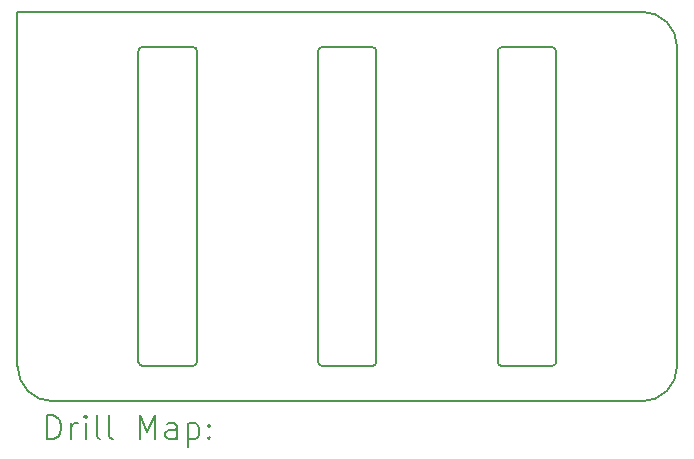
<source format=gbr>
%TF.GenerationSoftware,KiCad,Pcbnew,7.0.6-0*%
%TF.CreationDate,2023-10-14T16:46:22-04:00*%
%TF.ProjectId,FBI Board,46424920-426f-4617-9264-2e6b69636164,1*%
%TF.SameCoordinates,Original*%
%TF.FileFunction,Drillmap*%
%TF.FilePolarity,Positive*%
%FSLAX45Y45*%
G04 Gerber Fmt 4.5, Leading zero omitted, Abs format (unit mm)*
G04 Created by KiCad (PCBNEW 7.0.6-0) date 2023-10-14 16:46:22*
%MOMM*%
%LPD*%
G01*
G04 APERTURE LIST*
%ADD10C,0.150000*%
%ADD11C,0.200000*%
G04 APERTURE END LIST*
D10*
X11223000Y-8405000D02*
X11223000Y-11403852D01*
X15320000Y-8706000D02*
G75*
G03*
X15288000Y-8738000I0J-32000D01*
G01*
X12743000Y-8737000D02*
G75*
G03*
X12711000Y-8705000I-32000J0D01*
G01*
X13768000Y-11371000D02*
X13768000Y-8738000D01*
X12248000Y-11371000D02*
G75*
G03*
X12280000Y-11403000I32000J0D01*
G01*
X15784000Y-8738000D02*
X15784000Y-11371000D01*
X16508978Y-8405000D02*
X11223000Y-8405000D01*
X12248000Y-11371000D02*
X12248000Y-8737000D01*
X15752000Y-11403000D02*
X15320000Y-11403000D01*
X16508977Y-11704000D02*
X11523000Y-11704000D01*
X13800000Y-8706000D02*
G75*
G03*
X13768000Y-8738000I0J-32000D01*
G01*
X16809000Y-8705022D02*
X16809000Y-11403978D01*
X12743000Y-8737000D02*
X12743000Y-11371000D01*
X14263000Y-8738000D02*
G75*
G03*
X14231000Y-8706000I-32000J0D01*
G01*
X14263000Y-8738000D02*
X14263000Y-11371000D01*
X12280000Y-8705000D02*
X12711000Y-8705000D01*
X11222996Y-11403852D02*
G75*
G03*
X11523022Y-11703874I300024J2D01*
G01*
X13800000Y-8706000D02*
X14231000Y-8706000D01*
X12280000Y-8705000D02*
G75*
G03*
X12248000Y-8737000I0J-32000D01*
G01*
X15784000Y-8738000D02*
G75*
G03*
X15752000Y-8706000I-32000J0D01*
G01*
X16809000Y-8705022D02*
G75*
G03*
X16508978Y-8405000I-300020J2D01*
G01*
X13768000Y-11371000D02*
G75*
G03*
X13800000Y-11403000I32000J0D01*
G01*
X15320000Y-8706000D02*
X15752000Y-8706000D01*
X12711000Y-11403000D02*
G75*
G03*
X12743000Y-11371000I0J32000D01*
G01*
X15752000Y-11403000D02*
G75*
G03*
X15784000Y-11371000I0J32000D01*
G01*
X16508977Y-11704000D02*
G75*
G03*
X16809000Y-11403978I3J300020D01*
G01*
X14231000Y-11403000D02*
G75*
G03*
X14263000Y-11371000I0J32000D01*
G01*
X15288000Y-11371000D02*
G75*
G03*
X15320000Y-11403000I32000J0D01*
G01*
X12711000Y-11403000D02*
X12280000Y-11403000D01*
X14231000Y-11403000D02*
X13800000Y-11403000D01*
X15288000Y-11371000D02*
X15288000Y-8738000D01*
D11*
X11476277Y-12022984D02*
X11476277Y-11822984D01*
X11476277Y-11822984D02*
X11523896Y-11822984D01*
X11523896Y-11822984D02*
X11552467Y-11832508D01*
X11552467Y-11832508D02*
X11571515Y-11851555D01*
X11571515Y-11851555D02*
X11581039Y-11870603D01*
X11581039Y-11870603D02*
X11590562Y-11908698D01*
X11590562Y-11908698D02*
X11590562Y-11937269D01*
X11590562Y-11937269D02*
X11581039Y-11975365D01*
X11581039Y-11975365D02*
X11571515Y-11994412D01*
X11571515Y-11994412D02*
X11552467Y-12013460D01*
X11552467Y-12013460D02*
X11523896Y-12022984D01*
X11523896Y-12022984D02*
X11476277Y-12022984D01*
X11676277Y-12022984D02*
X11676277Y-11889650D01*
X11676277Y-11927746D02*
X11685801Y-11908698D01*
X11685801Y-11908698D02*
X11695324Y-11899174D01*
X11695324Y-11899174D02*
X11714372Y-11889650D01*
X11714372Y-11889650D02*
X11733420Y-11889650D01*
X11800086Y-12022984D02*
X11800086Y-11889650D01*
X11800086Y-11822984D02*
X11790562Y-11832508D01*
X11790562Y-11832508D02*
X11800086Y-11842031D01*
X11800086Y-11842031D02*
X11809610Y-11832508D01*
X11809610Y-11832508D02*
X11800086Y-11822984D01*
X11800086Y-11822984D02*
X11800086Y-11842031D01*
X11923896Y-12022984D02*
X11904848Y-12013460D01*
X11904848Y-12013460D02*
X11895324Y-11994412D01*
X11895324Y-11994412D02*
X11895324Y-11822984D01*
X12028658Y-12022984D02*
X12009610Y-12013460D01*
X12009610Y-12013460D02*
X12000086Y-11994412D01*
X12000086Y-11994412D02*
X12000086Y-11822984D01*
X12257229Y-12022984D02*
X12257229Y-11822984D01*
X12257229Y-11822984D02*
X12323896Y-11965841D01*
X12323896Y-11965841D02*
X12390562Y-11822984D01*
X12390562Y-11822984D02*
X12390562Y-12022984D01*
X12571515Y-12022984D02*
X12571515Y-11918222D01*
X12571515Y-11918222D02*
X12561991Y-11899174D01*
X12561991Y-11899174D02*
X12542943Y-11889650D01*
X12542943Y-11889650D02*
X12504848Y-11889650D01*
X12504848Y-11889650D02*
X12485801Y-11899174D01*
X12571515Y-12013460D02*
X12552467Y-12022984D01*
X12552467Y-12022984D02*
X12504848Y-12022984D01*
X12504848Y-12022984D02*
X12485801Y-12013460D01*
X12485801Y-12013460D02*
X12476277Y-11994412D01*
X12476277Y-11994412D02*
X12476277Y-11975365D01*
X12476277Y-11975365D02*
X12485801Y-11956317D01*
X12485801Y-11956317D02*
X12504848Y-11946793D01*
X12504848Y-11946793D02*
X12552467Y-11946793D01*
X12552467Y-11946793D02*
X12571515Y-11937269D01*
X12666753Y-11889650D02*
X12666753Y-12089650D01*
X12666753Y-11899174D02*
X12685801Y-11889650D01*
X12685801Y-11889650D02*
X12723896Y-11889650D01*
X12723896Y-11889650D02*
X12742943Y-11899174D01*
X12742943Y-11899174D02*
X12752467Y-11908698D01*
X12752467Y-11908698D02*
X12761991Y-11927746D01*
X12761991Y-11927746D02*
X12761991Y-11984888D01*
X12761991Y-11984888D02*
X12752467Y-12003936D01*
X12752467Y-12003936D02*
X12742943Y-12013460D01*
X12742943Y-12013460D02*
X12723896Y-12022984D01*
X12723896Y-12022984D02*
X12685801Y-12022984D01*
X12685801Y-12022984D02*
X12666753Y-12013460D01*
X12847705Y-12003936D02*
X12857229Y-12013460D01*
X12857229Y-12013460D02*
X12847705Y-12022984D01*
X12847705Y-12022984D02*
X12838182Y-12013460D01*
X12838182Y-12013460D02*
X12847705Y-12003936D01*
X12847705Y-12003936D02*
X12847705Y-12022984D01*
X12847705Y-11899174D02*
X12857229Y-11908698D01*
X12857229Y-11908698D02*
X12847705Y-11918222D01*
X12847705Y-11918222D02*
X12838182Y-11908698D01*
X12838182Y-11908698D02*
X12847705Y-11899174D01*
X12847705Y-11899174D02*
X12847705Y-11918222D01*
M02*

</source>
